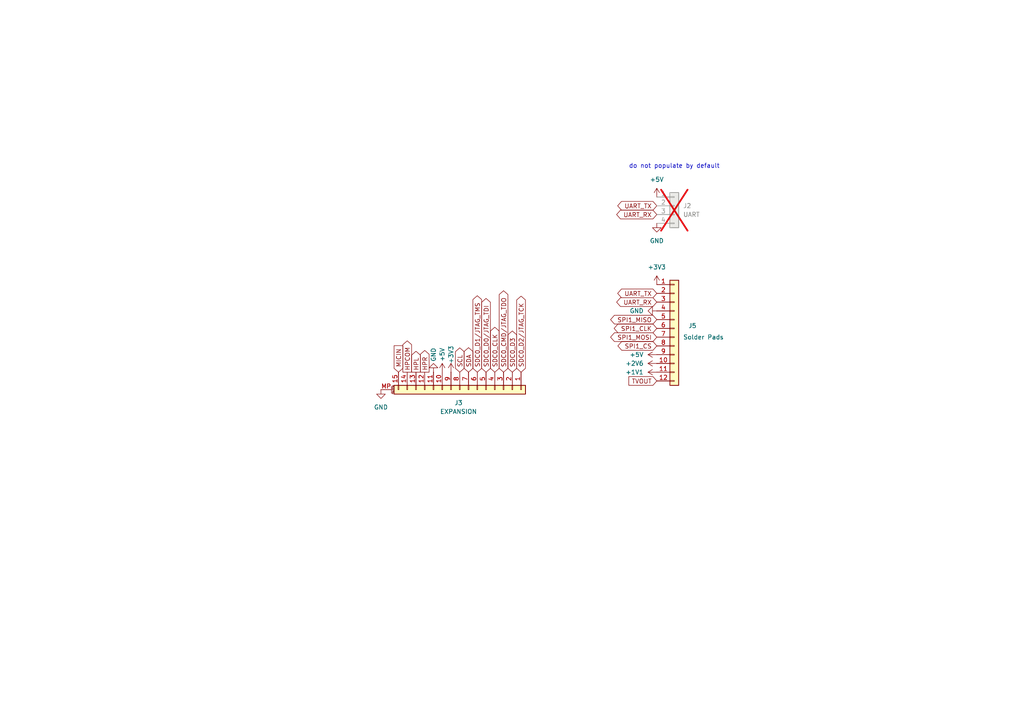
<source format=kicad_sch>
(kicad_sch (version 20250114) (generator "eeschema") (generator_version "9.0")
  (paper "A4")
  (title_block (title "Tux Keychain") (date "2025-05-19") (rev "2"))
  (lib_symbols
    (symbol "Connector_Generic:Conn_01x04" (pin_names (offset 1.016) (hide yes))
      (property "Reference" "J" (at 0 5.08 0))
      (property "Value" "Conn_01x04" (at 0 -7.62 0))
      (symbol "Conn_01x04_1_1"
        (rectangle (start -1.27 3.81) (end 1.27 -6.35) (stroke (width 0.254)) (fill (type background)))
        (rectangle (start -1.27 2.667) (end 0 2.413) (stroke (width 0.1524)))
        (rectangle (start -1.27 0.127) (end 0 -0.127) (stroke (width 0.1524)))
        (rectangle (start -1.27 -2.413) (end 0 -2.667) (stroke (width 0.1524)))
        (rectangle (start -1.27 -4.953) (end 0 -5.207) (stroke (width 0.1524)))
        (pin passive line (at -5.08 2.54 0) (length 3.81) (name "Pin_1") (number "1"))
        (pin passive line (at -5.08 0 0) (length 3.81) (name "Pin_2") (number "2"))
        (pin passive line (at -5.08 -2.54 0) (length 3.81) (name "Pin_3") (number "3"))
        (pin passive line (at -5.08 -5.08 0) (length 3.81) (name "Pin_4") (number "4"))
      )
    )
    (symbol "Connector_Generic:Conn_01x12" (pin_names (offset 1.016) (hide yes))
      (property "Reference" "J" (at 0 15.24 0))
      (property "Value" "Conn_01x12" (at 0 -17.78 0))
      (symbol "Conn_01x12_1_1"
        (rectangle (start -1.27 13.97) (end 1.27 -16.51) (stroke (width 0.254)) (fill (type background)))
        (rectangle (start -1.27 12.827) (end 0 12.573) (stroke (width 0.1524)))
        (rectangle (start -1.27 10.287) (end 0 10.033) (stroke (width 0.1524)))
        (rectangle (start -1.27 7.747) (end 0 7.493) (stroke (width 0.1524)))
        (rectangle (start -1.27 5.207) (end 0 4.953) (stroke (width 0.1524)))
        (rectangle (start -1.27 2.667) (end 0 2.413) (stroke (width 0.1524)))
        (rectangle (start -1.27 0.127) (end 0 -0.127) (stroke (width 0.1524)))
        (rectangle (start -1.27 -2.413) (end 0 -2.667) (stroke (width 0.1524)))
        (rectangle (start -1.27 -4.953) (end 0 -5.207) (stroke (width 0.1524)))
        (rectangle (start -1.27 -7.493) (end 0 -7.747) (stroke (width 0.1524)))
        (rectangle (start -1.27 -10.033) (end 0 -10.287) (stroke (width 0.1524)))
        (rectangle (start -1.27 -12.573) (end 0 -12.827) (stroke (width 0.1524)))
        (rectangle (start -1.27 -15.113) (end 0 -15.367) (stroke (width 0.1524)))
        (pin passive line (at -5.08 12.7 0) (length 3.81) (name "Pin_1") (number "1"))
        (pin passive line (at -5.08 10.16 0) (length 3.81) (name "Pin_2") (number "2"))
        (pin passive line (at -5.08 7.62 0) (length 3.81) (name "Pin_3") (number "3"))
        (pin passive line (at -5.08 5.08 0) (length 3.81) (name "Pin_4") (number "4"))
        (pin passive line (at -5.08 2.54 0) (length 3.81) (name "Pin_5") (number "5"))
        (pin passive line (at -5.08 0 0) (length 3.81) (name "Pin_6") (number "6"))
        (pin passive line (at -5.08 -2.54 0) (length 3.81) (name "Pin_7") (number "7"))
        (pin passive line (at -5.08 -5.08 0) (length 3.81) (name "Pin_8") (number "8"))
        (pin passive line (at -5.08 -7.62 0) (length 3.81) (name "Pin_9") (number "9"))
        (pin passive line (at -5.08 -10.16 0) (length 3.81) (name "Pin_10") (number "10"))
        (pin passive line (at -5.08 -12.7 0) (length 3.81) (name "Pin_11") (number "11"))
        (pin passive line (at -5.08 -15.24 0) (length 3.81) (name "Pin_12") (number "12"))
      )
    )
    (symbol "Connector_Generic_MountingPin:Conn_01x15_MountingPin" (pin_names (offset 1.016) (hide yes))
      (property "Reference" "J" (at 0 20.32 0))
      (property "Value" "Conn_01x15_MountingPin" (at 1.27 -20.32 0))
      (symbol "Conn_01x15_MountingPin_1_1"
        (rectangle (start -1.27 19.05) (end 1.27 -19.05) (stroke (width 0.254)) (fill (type background)))
        (rectangle (start -1.27 17.907) (end 0 17.653) (stroke (width 0.1524)))
        (rectangle (start -1.27 15.367) (end 0 15.113) (stroke (width 0.1524)))
        (rectangle (start -1.27 12.827) (end 0 12.573) (stroke (width 0.1524)))
        (rectangle (start -1.27 10.287) (end 0 10.033) (stroke (width 0.1524)))
        (rectangle (start -1.27 7.747) (end 0 7.493) (stroke (width 0.1524)))
        (rectangle (start -1.27 5.207) (end 0 4.953) (stroke (width 0.1524)))
        (rectangle (start -1.27 2.667) (end 0 2.413) (stroke (width 0.1524)))
        (rectangle (start -1.27 0.127) (end 0 -0.127) (stroke (width 0.1524)))
        (rectangle (start -1.27 -2.413) (end 0 -2.667) (stroke (width 0.1524)))
        (rectangle (start -1.27 -4.953) (end 0 -5.207) (stroke (width 0.1524)))
        (rectangle (start -1.27 -7.493) (end 0 -7.747) (stroke (width 0.1524)))
        (rectangle (start -1.27 -10.033) (end 0 -10.287) (stroke (width 0.1524)))
        (rectangle (start -1.27 -12.573) (end 0 -12.827) (stroke (width 0.1524)))
        (rectangle (start -1.27 -15.113) (end 0 -15.367) (stroke (width 0.1524)))
        (rectangle (start -1.27 -17.653) (end 0 -17.907) (stroke (width 0.1524)))
        (polyline (pts (xy -1.016 -19.812) (xy 1.016 -19.812)) (stroke (width 0.1524)))
        (text "Mounting" (at 0 -19.431 0) (effects (font (size 0.381 0.381))))
        (pin passive line (at -5.08 17.78 0) (length 3.81) (name "Pin_1") (number "1"))
        (pin passive line (at -5.08 15.24 0) (length 3.81) (name "Pin_2") (number "2"))
        (pin passive line (at -5.08 12.7 0) (length 3.81) (name "Pin_3") (number "3"))
        (pin passive line (at -5.08 10.16 0) (length 3.81) (name "Pin_4") (number "4"))
        (pin passive line (at -5.08 7.62 0) (length 3.81) (name "Pin_5") (number "5"))
        (pin passive line (at -5.08 5.08 0) (length 3.81) (name "Pin_6") (number "6"))
        (pin passive line (at -5.08 2.54 0) (length 3.81) (name "Pin_7") (number "7"))
        (pin passive line (at -5.08 0 0) (length 3.81) (name "Pin_8") (number "8"))
        (pin passive line (at -5.08 -2.54 0) (length 3.81) (name "Pin_9") (number "9"))
        (pin passive line (at -5.08 -5.08 0) (length 3.81) (name "Pin_10") (number "10"))
        (pin passive line (at -5.08 -7.62 0) (length 3.81) (name "Pin_11") (number "11"))
        (pin passive line (at -5.08 -10.16 0) (length 3.81) (name "Pin_12") (number "12"))
        (pin passive line (at -5.08 -12.7 0) (length 3.81) (name "Pin_13") (number "13"))
        (pin passive line (at -5.08 -15.24 0) (length 3.81) (name "Pin_14") (number "14"))
        (pin passive line (at -5.08 -17.78 0) (length 3.81) (name "Pin_15") (number "15"))
        (pin passive line (at 0 -22.86 90) (length 3.048) (name "MountPin") (number "MP"))
      )
    )
    (symbol "power:+1V1" (power) (pin_numbers (hide yes)) (pin_names (offset 0) (hide yes))
      (property "Value" "+1V1" (at 0 3.556 0))
      (symbol "+1V1_0_1"
        (polyline (pts (xy -0.762 1.27) (xy 0 2.54)))
        (polyline (pts (xy 0 2.54) (xy 0.762 1.27)))
        (polyline (pts (xy 0 0) (xy 0 2.54)))
      )
      (symbol "+1V1_1_1"
        (pin power_in line (at 0 0 90) (length 0) (name "~") (number "1"))
      )
    )
    (symbol "power:+3V3" (power) (pin_numbers (hide yes)) (pin_names (offset 0) (hide yes))
      (property "Value" "+3V3" (at 0 3.556 0))
      (symbol "+3V3_0_1"
        (polyline (pts (xy -0.762 1.27) (xy 0 2.54)))
        (polyline (pts (xy 0 2.54) (xy 0.762 1.27)))
        (polyline (pts (xy 0 0) (xy 0 2.54)))
      )
      (symbol "+3V3_1_1"
        (pin power_in line (at 0 0 90) (length 0) (name "~") (number "1"))
      )
    )
    (symbol "power:+5V" (power) (pin_numbers (hide yes)) (pin_names (offset 0) (hide yes))
      (property "Value" "+5V" (at 0 3.556 0))
      (symbol "+5V_0_1"
        (polyline (pts (xy -0.762 1.27) (xy 0 2.54)))
        (polyline (pts (xy 0 2.54) (xy 0.762 1.27)))
        (polyline (pts (xy 0 0) (xy 0 2.54)))
      )
      (symbol "+5V_1_1"
        (pin power_in line (at 0 0 90) (length 0) (name "~") (number "1"))
      )
    )
    (symbol "power:GND" (power) (pin_numbers (hide yes)) (pin_names (offset 0) (hide yes))
      (property "Value" "GND" (at 0 -3.81 0))
      (symbol "GND_0_1"
        (polyline (pts (xy 0 0) (xy 0 -1.27) (xy 1.27 -1.27) (xy 0 -2.54) (xy -1.27 -1.27) (xy 0 -1.27)))
      )
      (symbol "GND_1_1"
        (pin power_in line (at 0 0 270) (length 0) (name "~") (number "1"))
      )
    )
    (symbol "tuxkeychain:+2V6" (power) (pin_numbers (hide yes)) (pin_names (offset 0) (hide yes))
      (property "Value" "+2V6" (at 0 3.556 0))
      (symbol "+2V6_0_1"
        (polyline (pts (xy -0.762 1.27) (xy 0 2.54)))
        (polyline (pts (xy 0 2.54) (xy 0.762 1.27)))
        (polyline (pts (xy 0 0) (xy 0 2.54)))
      )
      (symbol "+2V6_1_1"
        (pin power_in line (at 0 0 90) (length 0) (name "~") (number "1"))
      )
    )
  )
  (text "do not populate by default" (at 195.58 48.26 0) (effects (font (size 1.27 1.27))))
  (global_label "SDC0_D2{slash}JTAG_TCK" (shape bidirectional) (at 151.13 107.95 90) (property "Intersheetrefs" "${INTERSHEET_REFS}" (effects (hide yes))))
  (global_label "UART_RX" (shape bidirectional) (at 190.5 87.63 180) (property "Intersheetrefs" "${INTERSHEET_REFS}" (effects (hide yes))))
  (global_label "UART_TX" (shape bidirectional) (at 190.5 59.69 180) (property "Intersheetrefs" "${INTERSHEET_REFS}" (effects (hide yes))))
  (global_label "SDC0_CMD{slash}JTAG_TDO" (shape bidirectional) (at 146.05 107.95 90) (property "Intersheetrefs" "${INTERSHEET_REFS}" (effects (hide yes))))
  (global_label "UART_TX" (shape bidirectional) (at 190.5 85.09 180) (property "Intersheetrefs" "${INTERSHEET_REFS}" (effects (hide yes))))
  (global_label "MICIN" (shape input) (at 115.57 107.95 90) (property "Intersheetrefs" "${INTERSHEET_REFS}" (effects (hide yes))))
  (global_label "UART_RX" (shape bidirectional) (at 190.5 62.23 180) (property "Intersheetrefs" "${INTERSHEET_REFS}" (effects (hide yes))))
  (global_label "SPI1_CLK" (shape bidirectional) (at 190.5 95.25 180) (property "Intersheetrefs" "${INTERSHEET_REFS}" (effects (hide yes))))
  (global_label "SDA" (shape bidirectional) (at 135.89 107.95 90) (property "Intersheetrefs" "${INTERSHEET_REFS}" (effects (hide yes))))
  (global_label "SPI1_MOSI" (shape bidirectional) (at 190.5 97.79 180) (property "Intersheetrefs" "${INTERSHEET_REFS}" (effects (hide yes))))
  (global_label "SPI1_MISO" (shape bidirectional) (at 190.5 92.71 180) (property "Intersheetrefs" "${INTERSHEET_REFS}" (effects (hide yes))))
  (global_label "SCL" (shape bidirectional) (at 133.35 107.95 90) (property "Intersheetrefs" "${INTERSHEET_REFS}" (effects (hide yes))))
  (global_label "SPI1_CS" (shape bidirectional) (at 190.5 100.33 180) (property "Intersheetrefs" "${INTERSHEET_REFS}" (effects (hide yes))))
  (global_label "SDC0_D0{slash}JTAG_TDI" (shape bidirectional) (at 140.97 107.95 90) (property "Intersheetrefs" "${INTERSHEET_REFS}" (effects (hide yes))))
  (global_label "HPL" (shape output) (at 120.65 107.95 90) (property "Intersheetrefs" "${INTERSHEET_REFS}" (effects (hide yes))))
  (global_label "TVOUT" (shape input) (at 190.5 110.49 180) (property "Intersheetrefs" "${INTERSHEET_REFS}" (effects (hide yes))))
  (global_label "HPCOM" (shape output) (at 118.11 107.95 90) (property "Intersheetrefs" "${INTERSHEET_REFS}" (effects (hide yes))))
  (global_label "HPR" (shape output) (at 123.19 107.95 90) (property "Intersheetrefs" "${INTERSHEET_REFS}" (effects (hide yes))))
  (global_label "SDC0_D1{slash}JTAG_TMS" (shape bidirectional) (at 138.43 107.95 90) (property "Intersheetrefs" "${INTERSHEET_REFS}" (effects (hide yes))))
  (global_label "SDC0_D3" (shape bidirectional) (at 148.59 107.95 90) (property "Intersheetrefs" "${INTERSHEET_REFS}" (effects (hide yes))))
  (global_label "SDC0_CLK" (shape bidirectional) (at 143.51 107.95 90) (property "Intersheetrefs" "${INTERSHEET_REFS}" (effects (hide yes))))
  (symbol (lib_id "Connector_Generic_MountingPin:Conn_01x15_MountingPin") (at 133.35 113.03 270) (unit 1)
    (property "Reference" "J3" (at 132.9944 116.84 90))
    (property "Value" "EXPANSION" (at 132.9944 119.38 90))
    (property "Footprint" "tuxkeychain:Jushuo_AFC07-S15FCA-00_1x15-1MP_P0.50_Horizontal" (effects (hide yes)))
    (property "Description" "Generic connectable mounting pin connector, single row, 01x15, script generated (kicad-library-utils/schlib/autogen/connector/)" (effects (hide yes)))
  )
  (symbol (lib_id "power:GND") (at 190.5 64.77 0) (unit 1)
    (property "Reference" "#PWR05" (effects (hide yes)))
    (property "Value" "GND" (at 190.5 69.85 0))
    (property "Description" "Power symbol creates a global label with name \"GND\" , ground" (effects (hide yes)))
  )
  (symbol (lib_id "tuxkeychain:+2V6") (at 190.5 105.41 90) (unit 1)
    (property "Reference" "#PWR053" (effects (hide yes)))
    (property "Value" "+2V6" (at 186.69 105.4099 90) (effects (justify left)))
    (property "Description" "Power symbol creates a global label with name \"+2V6\"" (effects (hide yes)))
  )
  (symbol (lib_id "power:+3V3") (at 190.5 82.55 0) (unit 1)
    (property "Reference" "#PWR050" (effects (hide yes)))
    (property "Value" "+3V3" (at 190.5 77.47 0))
    (property "Description" "Power symbol creates a global label with name \"+3V3\"" (effects (hide yes)))
  )
  (symbol (lib_id "power:GND") (at 110.49 113.03 0) (unit 1)
    (property "Reference" "#PWR046" (effects (hide yes)))
    (property "Value" "GND" (at 110.49 118.11 0))
    (property "Description" "Power symbol creates a global label with name \"GND\" , ground" (effects (hide yes)))
  )
  (symbol (lib_id "Connector_Generic:Conn_01x04") (at 195.58 59.69 0) (unit 1) (in_bom no) (dnp yes)
    (property "Reference" "J2" (at 198.12 59.6899 0) (effects (justify left)))
    (property "Value" "UART" (at 198.12 62.2299 0) (effects (justify left)))
    (property "Footprint" "Connector_PinHeader_2.54mm:PinHeader_1x04_P2.54mm_Vertical_SMD_Pin1Left" (effects (hide yes)))
    (property "Description" "Generic connector, single row, 01x04, script generated (kicad-library-utils/schlib/autogen/connector/)" (effects (hide yes)))
  )
  (symbol (lib_id "Connector_Generic:Conn_01x12") (at 195.58 95.25 0) (unit 1)
    (property "Reference" "J5" (at 199.644 94.488 0) (effects (justify left)))
    (property "Value" "Solder Pads" (at 198.12 97.7899 0) (effects (justify left)))
    (property "Footprint" "tuxkeychain:SolderPads12" (effects (hide yes)))
    (property "Description" "Generic connector, single row, 01x12, script generated (kicad-library-utils/schlib/autogen/connector/)" (effects (hide yes)))
  )
  (symbol (lib_id "power:+5V") (at 190.5 57.15 0) (unit 1)
    (property "Reference" "#PWR04" (effects (hide yes)))
    (property "Value" "+5V" (at 190.5 52.07 0))
    (property "Description" "Power symbol creates a global label with name \"+5V\"" (effects (hide yes)))
  )
  (symbol (lib_id "power:+5V") (at 190.5 102.87 90) (unit 1)
    (property "Reference" "#PWR052" (effects (hide yes)))
    (property "Value" "+5V" (at 186.69 102.8699 90) (effects (justify left)))
    (property "Description" "Power symbol creates a global label with name \"+5V\"" (effects (hide yes)))
  )
  (symbol (lib_id "power:GND") (at 190.5 90.17 270) (unit 1)
    (property "Reference" "#PWR051" (effects (hide yes)))
    (property "Value" "GND" (at 186.69 90.1699 90) (effects (justify right)))
    (property "Description" "Power symbol creates a global label with name \"GND\" , ground" (effects (hide yes)))
  )
  (symbol (lib_id "power:+1V1") (at 190.5 107.95 90) (unit 1)
    (property "Reference" "#PWR054" (effects (hide yes)))
    (property "Value" "+1V1" (at 186.69 107.9499 90) (effects (justify left)))
    (property "Description" "Power symbol creates a global label with name \"+1V1\"" (effects (hide yes)))
  )
  (symbol (lib_id "power:GND") (at 125.73 107.95 180) (unit 1)
    (property "Reference" "#PWR047" (effects (hide yes)))
    (property "Value" "GND" (at 125.73 102.87 90))
    (property "Description" "Power symbol creates a global label with name \"GND\" , ground" (effects (hide yes)))
  )
  (symbol (lib_id "power:+3V3") (at 130.81 107.95 0) (unit 1)
    (property "Reference" "#PWR049" (effects (hide yes)))
    (property "Value" "+3V3" (at 130.81 102.87 90))
    (property "Description" "Power symbol creates a global label with name \"+3V3\"" (effects (hide yes)))
  )
  (symbol (lib_id "power:+5V") (at 128.27 107.95 0) (unit 1)
    (property "Reference" "#PWR048" (effects (hide yes)))
    (property "Value" "+5V" (at 128.27 102.87 90))
    (property "Description" "Power symbol creates a global label with name \"+5V\"" (effects (hide yes)))
  )
)
</source>
